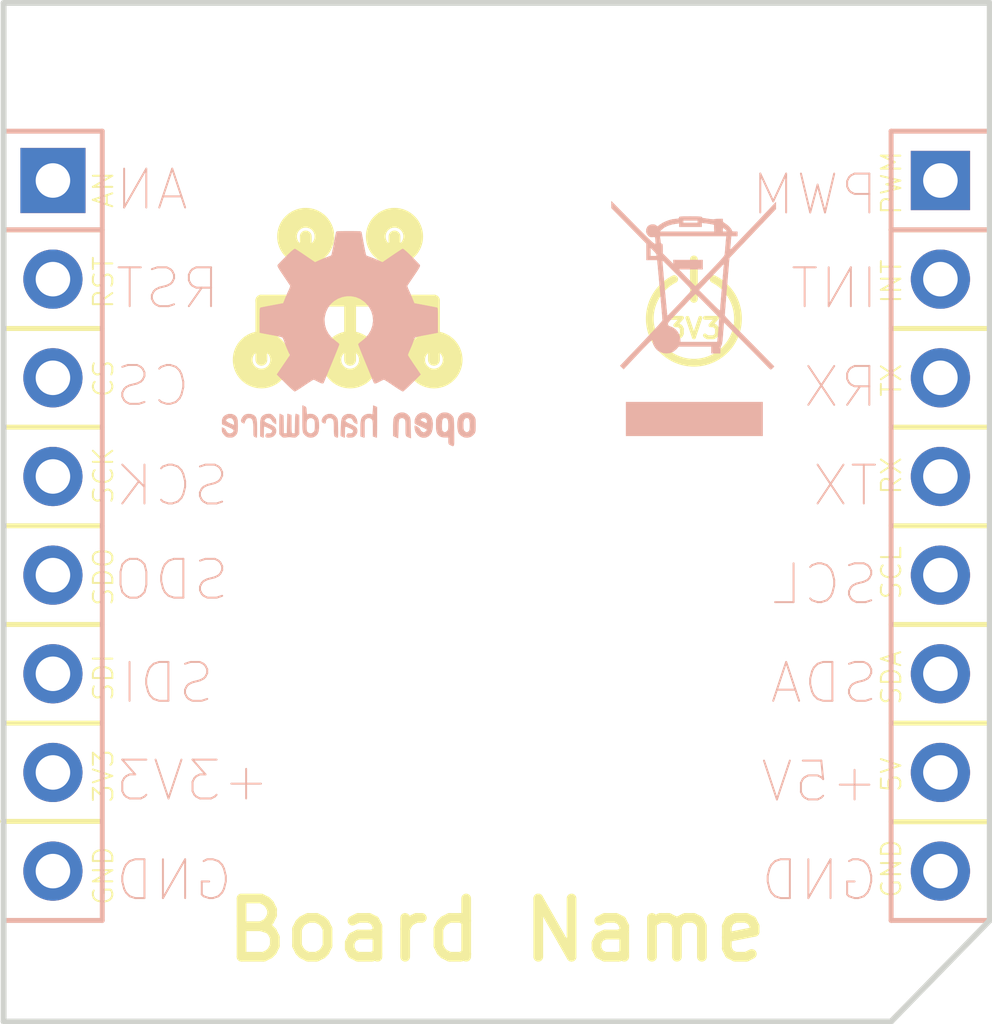
<source format=kicad_pcb>
(kicad_pcb (version 20240108) (generator "pcbnew") (generator_version "8.0")
  (layers (0 "F.Cu" signal) (31 "B.Cu" signal) (34 "B.Paste" user) (35 "F.Paste" user) (36 "B.SilkS" user "B.Silkscreen") (37 "F.SilkS" user "F.Silkscreen") (38 "B.Mask" user) (39 "F.Mask" user) (44 "Edge.Cuts" user))
  (net 0 "")
  (net 1 "Net-(CON101-PadP3)")
  (net 2 "Net-(CON101-PadP4)")
  (net 3 "Net-(CON101-PadP5)")
  (net 4 "Net-(CON101-PadP6)")
  (net 5 "+3V3")
  (net 6 "GND")
  (net 7 "+5V")
  (net 8 "Net-(CON101-PadP11)")
  (net 9 "Net-(CON101-PadP12)")
  (net 10 "Net-(CON101-PadP13)")
  (net 11 "Net-(CON101-PadP14)")
  (net 12 "Net-(CON101-PadP1)")
  (net 13 "Net-(CON101-PadP2)")
  (net 14 "Net-(CON101-PadP15)")
  (net 15 "Net-(CON101-PadP16)")
  (footprint "mikroBUS:MIKROBUS_LOGO" (layer "F.Cu") (at 169.164 88.138)
    (property "Reference" "*" (hide yes))
    (property "Value" "MIKROCLICK_LOGO" (hide yes))
    (fp_line (start -2.251 -1.4798) (end -2.251 0.0442) (stroke (width 0.3048)) (layer "F.SilkS"))
    (fp_line (start -1.108 -1.4798) (end -2.251 -1.4798) (stroke (width 0.3048)) (layer "F.SilkS"))
    (fp_line (start -1.108 -1.4798) (end -1.108 -3.1308) (stroke (width 0.3048)) (layer "F.SilkS"))
    (fp_line (start 0.035 -1.4798) (end -1.108 -1.4798) (stroke (width 0.3048)) (layer "F.SilkS"))
    (fp_line (start 0.035 -1.4798) (end 0.035 0.0442) (stroke (width 0.3048)) (layer "F.SilkS"))
    (fp_line (start 1.178 -1.4798) (end 0.035 -1.4798) (stroke (width 0.3048)) (layer "F.SilkS"))
    (fp_line (start 1.178 -1.4798) (end 1.178 -3.1308) (stroke (width 0.3048)) (layer "F.SilkS"))
    (fp_line (start 2.194 -1.4798) (end 1.178 -1.4798) (stroke (width 0.3048)) (layer "F.SilkS"))
    (fp_line (start 2.194 -1.4798) (end 2.194 0.0442) (stroke (width 0.3048)) (layer "F.SilkS"))
    (fp_circle (center -2.251 0.0442) (end -2.0224 0.0442) (stroke (width 0.508)) (fill none) (layer "F.SilkS"))
    (fp_circle (center -1.108 -3.1308) (end -0.8794 -3.1308) (stroke (width 0.508)) (fill none) (layer "F.SilkS"))
    (fp_circle (center 0.035 0.0442) (end 0.2636 0.0442) (stroke (width 0.508)) (fill none) (layer "F.SilkS"))
    (fp_circle (center 1.178 -3.1308) (end 1.4066 -3.1308) (stroke (width 0.508)) (fill none) (layer "F.SilkS"))
    (fp_circle (center 2.194 0.0442) (end 2.4226 0.0442) (stroke (width 0.508)) (fill none) (layer "F.SilkS"))
  )
  (footprint "mikroBUS:MIKROBUS_MODULE_CONN" (layer "F.Cu") (at 161.544 83.566)
    (property "Reference" "CON101")
    (property "Value" "MIKROBUS_MODULE_CONN" (hide yes))
    (fp_line (start -1.27 -1.27) (end -1.27 1.27) (stroke (width 0.127)) (layer "B.SilkS"))
    (fp_line (start -1.27 1.27) (end -1.27 19.05) (stroke (width 0.127)) (layer "B.SilkS"))
    (fp_line (start -1.27 1.27) (end 1.27 1.27) (stroke (width 0.127)) (layer "B.SilkS"))
    (fp_line (start -1.27 19.05) (end 1.27 19.05) (stroke (width 0.127)) (layer "B.SilkS"))
    (fp_line (start 1.27 -1.27) (end -1.27 -1.27) (stroke (width 0.127)) (layer "B.SilkS"))
    (fp_line (start 1.27 1.27) (end 1.27 -1.27) (stroke (width 0.127)) (layer "B.SilkS"))
    (fp_line (start 1.27 19.05) (end 1.27 1.27) (stroke (width 0.127)) (layer "B.SilkS"))
    (fp_line (start 21.59 -1.27) (end 21.59 1.27) (stroke (width 0.127)) (layer "B.SilkS"))
    (fp_line (start 21.59 -1.27) (end 24.13 -1.27) (stroke (width 0.127)) (layer "B.SilkS"))
    (fp_line (start 21.59 1.27) (end 21.59 19.05) (stroke (width 0.127)) (layer "B.SilkS"))
    (fp_line (start 21.59 1.27) (end 24.13 1.27) (stroke (width 0.127)) (layer "B.SilkS"))
    (fp_line (start 21.59 19.05) (end 24.13 19.05) (stroke (width 0.127)) (layer "B.SilkS"))
    (fp_line (start 24.13 -1.27) (end 24.13 19.05) (stroke (width 0.127)) (layer "B.SilkS"))
    (fp_line (start 24.13 19.05) (end 21.59 21.64) (stroke (width 0.127)) (layer "B.SilkS"))
    (fp_line (start -1.3 16.5) (end 1.24 16.5) (stroke (width 0.127)) (layer "F.SilkS"))
    (fp_line (start -1.27 1.27) (end 1.27 1.27) (stroke (width 0.127)) (layer "F.SilkS"))
    (fp_line (start -1.27 3.81) (end 1.27 3.81) (stroke (width 0.127)) (layer "F.SilkS"))
    (fp_line (start -1.27 6.35) (end 1.27 6.35) (stroke (width 0.127)) (layer "F.SilkS"))
    (fp_line (start -1.27 8.89) (end 1.27 8.89) (stroke (width 0.127)) (layer "F.SilkS"))
    (fp_line (start -1.27 11.43) (end 1.27 11.43) (stroke (width 0.127)) (layer "F.SilkS"))
    (fp_line (start -1.27 13.97) (end 1.27 13.97) (stroke (width 0.127)) (layer "F.SilkS"))
    (fp_line (start 21.59 1.27) (end 24.13 1.27) (stroke (width 0.127)) (layer "F.SilkS"))
    (fp_line (start 21.59 3.81) (end 24.13 3.81) (stroke (width 0.127)) (layer "F.SilkS"))
    (fp_line (start 21.59 6.35) (end 24.13 6.35) (stroke (width 0.127)) (layer "F.SilkS"))
    (fp_line (start 21.59 8.89) (end 24.13 8.89) (stroke (width 0.127)) (layer "F.SilkS"))
    (fp_line (start 21.59 11.43) (end 24.13 11.43) (stroke (width 0.127)) (layer "F.SilkS"))
    (fp_line (start 21.59 13.97) (end 24.13 13.97) (stroke (width 0.127)) (layer "F.SilkS"))
    (fp_line (start 21.59 16.51) (end 24.13 16.51) (stroke (width 0.127)) (layer "F.SilkS"))
    (fp_text user "SDI" (at 2.95 12.935 0) (layer "B.SilkS") (effects (font (thickness 0.05)) (justify mirror)))
    (fp_text user "RST" (at 2.952953 2.775 0) (layer "B.SilkS") (effects (font (thickness 0.05)) (justify mirror)))
    (fp_text user "SCL" (at 19.886704 10.395 0) (layer "B.SilkS") (effects (font (thickness 0.05)) (justify mirror)))
    (fp_text user "SCK" (at 3.072 7.855 0) (layer "B.SilkS") (effects (font (thickness 0.05)) (justify mirror)))
    (fp_text user "GND" (at 19.743847 18.015 0) (layer "B.SilkS") (effects (font (thickness 0.05)) (justify mirror)))
    (fp_text user "PWM" (at 19.6248 0.362 0) (layer "B.SilkS") (effects (font (thickness 0.05)) (justify mirror)))
    (fp_text user "+5V" (at 19.743847 15.475 0) (layer "B.SilkS") (effects (font (thickness 0.05)) (justify mirror)))
    (fp_text user "CS" (at 2.572 5.2896 0) (layer "B.SilkS") (effects (font (thickness 0.05)) (justify mirror)))
    (fp_text user "SDA" (at 19.862895 12.935 0) (layer "B.SilkS") (effects (font (thickness 0.05)) (justify mirror)))
    (fp_text user "RX" (at 20.291466 5.315 0) (layer "B.SilkS") (effects (font (thickness 0.05)) (justify mirror)))
    (fp_text user "GND" (at 3.119619 18.015 0) (layer "B.SilkS") (effects (font (thickness 0.05)) (justify mirror)))
    (fp_text user "TX" (at 20.410514 7.855 0) (layer "B.SilkS") (effects (font (thickness 0.05)) (justify mirror)))
    (fp_text user "SDO" (at 3.05 10.28 0) (layer "B.SilkS") (effects (font (thickness 0.05)) (justify mirror)))
    (fp_text user "+3V3" (at 3.59581 15.4496 0) (layer "B.SilkS") (effects (font (thickness 0.05)) (justify mirror)))
    (fp_text user "INT" (at 20.1248 2.775 0) (layer "B.SilkS") (effects (font (thickness 0.05)) (justify mirror)))
    (fp_text user "AN" (at 2.548191 0.235 0) (layer "B.SilkS") (effects (font (thickness 0.05)) (justify mirror)))
    (fp_text user "PWM" (at 21.597534 0.062 90) (layer "F.SilkS") (effects (font (size 0.5 0.5) (thickness 0.05))))
    (fp_text user "TX" (at 21.597534 5.141427 90) (layer "F.SilkS") (effects (font (size 0.5 0.5) (thickness 0.05))))
    (fp_text user "INT" (at 21.597534 2.6 90) (layer "F.SilkS") (effects (font (size 0.5 0.5) (thickness 0.05))))
    (fp_text user "GND" (at 21.597534 17.715 90) (layer "F.SilkS") (effects (font (size 0.5 0.5) (thickness 0.05))))
    (fp_text user "GND" (at 1.3 17.9 90) (layer "F.SilkS") (effects (font (size 0.5 0.5) (thickness 0.05))))
    (fp_text user "SCL" (at 21.597534 10.1 90) (layer "F.SilkS") (effects (font (size 0.5 0.5) (thickness 0.05))))
    (fp_text user "SDA" (at 21.597534 12.8 90) (layer "F.SilkS") (effects (font (size 0.5 0.5) (thickness 0.05))))
    (fp_text user "SDI" (at 1.3 12.797241 90) (layer "F.SilkS") (effects (font (size 0.5 0.5) (thickness 0.05))))
    (fp_text user "AN" (at 1.3 0.235 90) (layer "F.SilkS") (effects (font (size 0.5 0.5) (thickness 0.05))))
    (fp_text user "3V3" (at 1.3 15.328737 90) (layer "F.SilkS") (effects (font (size 0.5 0.5) (thickness 0.05))))
    (fp_text user "5V" (at 21.597534 15.3 90) (layer "F.SilkS") (effects (font (size 0.5 0.5) (thickness 0.05))))
    (fp_text user "SDO" (at 1.3 10.206221 90) (layer "F.SilkS") (effects (font (size 0.5 0.5) (thickness 0.05))))
    (fp_text user "CS" (at 1.3 5.1 90) (layer "F.SilkS") (effects (font (size 0.5 0.5) (thickness 0.05))))
    (fp_text user "RX" (at 21.597534 7.6 90) (layer "F.SilkS") (effects (font (size 0.5 0.5) (thickness 0.05))))
    (fp_text user "RST" (at 1.3 2.623639 90) (layer "F.SilkS") (effects (font (size 0.5 0.5) (thickness 0.05))))
    (fp_text user "SCK" (at 1.3 7.6 90) (layer "F.SilkS") (effects (font (size 0.5 0.5) (thickness 0.05))))
    (pad "P1" thru_hole rect (at 0 0) (size 1.6764 1.6764) (drill 0.889) (layers "*.Cu" "*.Mask") (net 12 "Net-(CON101-PadP1)"))
    (pad "P2" thru_hole circle (at 0 2.54) (size 1.524 1.524) (drill 0.889) (layers "*.Cu" "*.Mask") (net 13 "Net-(CON101-PadP2)"))
    (pad "P3" thru_hole circle (at 0 5.08) (size 1.524 1.524) (drill 0.889) (layers "*.Cu" "*.Mask") (net 1 "Net-(CON101-PadP3)"))
    (pad "P4" thru_hole circle (at 0 7.62) (size 1.524 1.524) (drill 0.889) (layers "*.Cu" "*.Mask") (net 2 "Net-(CON101-PadP4)"))
    (pad "P5" thru_hole circle (at 0 10.16) (size 1.524 1.524) (drill 0.889) (layers "*.Cu" "*.Mask") (net 3 "Net-(CON101-PadP5)"))
    (pad "P6" thru_hole circle (at 0 12.7) (size 1.524 1.524) (drill 0.889) (layers "*.Cu" "*.Mask") (net 4 "Net-(CON101-PadP6)"))
    (pad "P7" thru_hole circle (at 0 15.24) (size 1.524 1.524) (drill 0.889) (layers "*.Cu" "*.Mask") (net 5 "+3V3"))
    (pad "P8" thru_hole circle (at 0 17.78) (size 1.524 1.524) (drill 0.889) (layers "*.Cu" "*.Mask") (net 6 "GND"))
    (pad "P9" thru_hole circle (at 22.86 17.78) (size 1.524 1.524) (drill 0.889) (layers "*.Cu" "*.Mask") (net 6 "GND"))
    (pad "P10" thru_hole circle (at 22.86 15.24) (size 1.524 1.524) (drill 0.889) (layers "*.Cu" "*.Mask") (net 7 "+5V"))
    (pad "P11" thru_hole circle (at 22.86 12.7) (size 1.524 1.524) (drill 0.889) (layers "*.Cu" "*.Mask") (net 8 "Net-(CON101-PadP11)"))
    (pad "P12" thru_hole circle (at 22.86 10.16) (size 1.524 1.524) (drill 0.889) (layers "*.Cu" "*.Mask") (net 9 "Net-(CON101-PadP12)"))
    (pad "P13" thru_hole circle (at 22.86 7.62) (size 1.524 1.524) (drill 0.889) (layers "*.Cu" "*.Mask") (net 10 "Net-(CON101-PadP13)"))
    (pad "P14" thru_hole circle (at 22.86 5.08) (size 1.524 1.524) (drill 0.889) (layers "*.Cu" "*.Mask") (net 11 "Net-(CON101-PadP14)"))
    (pad "P15" thru_hole circle (at 22.86 2.54) (size 1.524 1.524) (drill 0.889) (layers "*.Cu" "*.Mask") (net 14 "Net-(CON101-PadP15)"))
    (pad "P16" thru_hole rect (at 22.86 0) (size 1.524 1.524) (drill 0.889) (layers "*.Cu" "*.Mask") (net 15 "Net-(CON101-PadP16)"))
  )
  (footprint "Symbols:OSHW-Logo2_7.3x6mm_SilkScreen" (layer "B.Cu") (at 169.164 87.63 180)
    (property "Reference" "REF***" (hide yes))
    (property "Value" "OSHW-Logo2_7.3x6mm_SilkScreen" (hide yes))
    (fp_poly (pts (xy 2.6526 -1.958752) (xy 2.669948 -1.966334) (xy 2.711356 -1.999128) (xy 2.746765 -2.046547) (xy 2.768664 -2.097151) (xy 2.772229 -2.122098) (xy 2.760279 -2.156927) (xy 2.734067 -2.175357) (xy 2.705964 -2.186516) (xy 2.693095 -2.188572) (xy 2.686829 -2.173649) (xy 2.674456 -2.141175) (xy 2.669028 -2.126502) (xy 2.63859 -2.075744) (xy 2.59452 -2.050427) (xy 2.53801 -2.051206) (xy 2.533825 -2.052203) (xy 2.503655 -2.066507) (xy 2.481476 -2.094393) (xy 2.466327 -2.139287) (xy 2.45725 -2.204615) (xy 2.453286 -2.293804) (xy 2.452914 -2.341261) (xy 2.45273 -2.416071) (xy 2.451522 -2.467069) (xy 2.448309 -2.499471) (xy 2.442109 -2.518495) (xy 2.43194 -2.529356) (xy 2.416819 -2.537272) (xy 2.415946 -2.53767) (xy 2.386828 -2.549981) (xy 2.372403 -2.554514) (xy 2.370186 -2.540809) (xy 2.368289 -2.502925) (xy 2.366847 -2.445715) (xy 2.365998 -2.374027) (xy 2.365829 -2.321565) (xy 2.366692 -2.220047) (xy 2.37007 -2.143032) (xy 2.377142 -2.086023) (xy 2.389088 -2.044526) (xy 2.40709 -2.014043) (xy 2.432327 -1.99008) (xy 2.457247 -1.973355) (xy 2.517171 -1.951097) (xy 2.586911 -1.946076) (xy 2.6526 -1.958752)) (stroke (width 0.01)) (fill solid) (layer "B.SilkS"))
    (fp_poly (pts (xy -1.283907 -1.92778) (xy -1.237328 -1.954723) (xy -1.204943 -1.981466) (xy -1.181258 -2.009484) (xy -1.164941 -2.043748) (xy -1.154661 -2.089227) (xy -1.149086 -2.150892) (xy -1.146884 -2.233711) (xy -1.146629 -2.293246) (xy -1.146629 -2.512391) (xy -1.208314 -2.540044) (xy -1.27 -2.567697) (xy -1.277257 -2.32767) (xy -1.280256 -2.238028) (xy -1.283402 -2.172962) (xy -1.287299 -2.128026) (xy -1.292553 -2.09877) (xy -1.299769 -2.080748) (xy -1.30955 -2.069511) (xy -1.312688 -2.067079) (xy -1.360239 -2.048083) (xy -1.408303 -2.0556) (xy -1.436914 -2.075543) (xy -1.448553 -2.089675) (xy -1.456609 -2.10822) (xy -1.461729 -2.136334) (xy -1.464559 -2.179173) (xy -1.465744 -2.241895) (xy -1.465943 -2.307261) (xy -1.465982 -2.389268) (xy -1.467386 -2.447316) (xy -1.472086 -2.486465) (xy -1.482013 -2.51178) (xy -1.499097 -2.528323) (xy -1.525268 -2.541156) (xy -1.560225 -2.554491) (xy -1.598404 -2.569007) (xy -1.593859 -2.311389) (xy -1.592029 -2.218519) (xy -1.589888 -2.149889) (xy -1.586819 -2.100711) (xy -1.582206 -2.066198) (xy -1.575432 -2.041562) (xy -1.565881 -2.022016) (xy -1.554366 -2.00477) (xy -1.49881 -1.94968) (xy -1.43102 -1.917822) (xy -1.357287 -1.910191) (xy -1.283907 -1.92778)) (stroke (width 0.01)) (fill solid) (layer "B.SilkS"))
    (fp_poly (pts (xy 0.529926 -1.949755) (xy 0.595858 -1.974084) (xy 0.649273 -2.017117) (xy 0.670164 -2.047409) (xy 0.692939 -2.102994) (xy 0.692466 -2.143186) (xy 0.668562 -2.170217) (xy 0.659717 -2.174813) (xy 0.62153 -2.189144) (xy 0.602028 -2.185472) (xy 0.595422 -2.161407) (xy 0.595086 -2.148114) (xy 0.582992 -2.09921) (xy 0.551471 -2.064999) (xy 0.507659 -2.048476) (xy 0.458695 -2.052634) (xy 0.418894 -2.074227) (xy 0.40545 -2.086544) (xy 0.395921 -2.101487) (xy 0.389485 -2.124075) (xy 0.385317 -2.159328) (xy 0.382597 -2.212266) (xy 0.380502 -2.287907) (xy 0.37996 -2.311857) (xy 0.377981 -2.39379) (xy 0.375731 -2.451455) (xy 0.372357 -2.489608) (xy 0.367006 -2.513004) (xy 0.358824 -2.526398) (xy 0.346959 -2.534545) (xy 0.339362 -2.538144) (xy 0.307102 -2.550452) (xy 0.288111 -2.554514) (xy 0.281836 -2.540948) (xy 0.278006 -2.499934) (xy 0.2766 -2.430999) (xy 0.277598 -2.333669) (xy 0.277908 -2.318657) (xy 0.280101 -2.229859) (xy 0.282693 -2.165019) (xy 0.286382 -2.119067) (xy 0.291864 -2.086935) (xy 0.299835 -2.063553) (xy 0.310993 -2.043852) (xy 0.31683 -2.03541) (xy 0.350296 -1.998057) (xy 0.387727 -1.969003) (xy 0.392309 -1.966467) (xy 0.459426 -1.946443) (xy 0.529926 -1.949755)) (stroke (width 0.01)) (fill solid) (layer "B.SilkS"))
    (fp_poly (pts (xy 1.779833 -1.958663) (xy 1.782048 -1.99685) (xy 1.783784 -2.054886) (xy 1.784899 -2.12818) (xy 1.785257 -2.205055) (xy 1.785257 -2.465196) (xy 1.739326 -2.511127) (xy 1.707675 -2.539429) (xy 1.67989 -2.550893) (xy 1.641915 -2.550168) (xy 1.62684 -2.548321) (xy 1.579726 -2.542948) (xy 1.540756 -2.539869) (xy 1.531257 -2.539585) (xy 1.499233 -2.541445) (xy 1.453432 -2.546114) (xy 1.435674 -2.548321) (xy 1.392057 -2.551735) (xy 1.362745 -2.54432) (xy 1.33368 -2.521427) (xy 1.323188 -2.511127) (xy 1.277257 -2.465196) (xy 1.277257 -1.978602) (xy 1.314226 -1.961758) (xy 1.346059 -1.949282) (xy 1.364683 -1.944914) (xy 1.369458 -1.958718) (xy 1.373921 -1.997286) (xy 1.377775 -2.056356) (xy 1.380722 -2.131663) (xy 1.382143 -2.195286) (xy 1.386114 -2.445657) (xy 1.420759 -2.450556) (xy 1.452268 -2.447131) (xy 1.467708 -2.436041) (xy 1.472023 -2.415308) (xy 1.475708 -2.371145) (xy 1.478469 -2.309146) (xy 1.480012 -2.234909) (xy 1.480235 -2.196706) (xy 1.480457 -1.976783) (xy 1.526166 -1.960849) (xy 1.558518 -1.950015) (xy 1.576115 -1.944962) (xy 1.576623 -1.944914) (xy 1.578388 -1.958648) (xy 1.580329 -1.99673) (xy 1.582282 -2.054482) (xy 1.584084 -2.127227) (xy 1.585343 -2.195286) (xy 1.589314 -2.445657) (xy 1.6764 -2.445657) (xy 1.680396 -2.21724) (xy 1.684392 -1.988822) (xy 1.726847 -1.966868) (xy 1.758192 -1.951793) (xy 1.776744 -1.944951) (xy 1.777279 -1.944914) (xy 1.779833 -1.958663)) (stroke (width 0.01)) (fill solid) (layer "B.SilkS"))
    (fp_poly (pts (xy -0.624114 -1.851289) (xy -0.619861 -1.910613) (xy -0.614975 -1.945572) (xy -0.608205 -1.96082) (xy -0.598298 -1.961015) (xy -0.595086 -1.959195) (xy -0.552356 -1.946015) (xy -0.496773 -1.946785) (xy -0.440263 -1.960333) (xy -0.404918 -1.977861) (xy -0.368679 -2.005861) (xy -0.342187 -2.037549) (xy -0.324001 -2.077813) (xy -0.312678 -2.131543) (xy -0.306778 -2.203626) (xy -0.304857 -2.298951) (xy -0.304823 -2.317237) (xy -0.3048 -2.522646) (xy -0.350509 -2.53858) (xy -0.382973 -2.54942) (xy -0.400785 -2.554468) (xy -0.401309 -2.554514) (xy -0.403063 -2.540828) (xy -0.404556 -2.503076) (xy -0.405674 -2.446224) (xy -0.406303 -2.375234) (xy -0.4064 -2.332073) (xy -0.406602 -2.246973) (xy -0.407642 -2.185981) (xy -0.410169 -2.144177) (xy -0.414836 -2.116642) (xy -0.422293 -2.098456) (xy -0.433189 -2.084698) (xy -0.439993 -2.078073) (xy -0.486728 -2.051375) (xy -0.537728 -2.049375) (xy -0.583999 -2.071955) (xy -0.592556 -2.080107) (xy -0.605107 -2.095436) (xy -0.613812 -2.113618) (xy -0.619369 -2.139909) (xy -0.622474 -2.179562) (xy -0.623824 -2.237832) (xy -0.624114 -2.318173) (xy -0.624114 -2.522646) (xy -0.669823 -2.53858) (xy -0.702287 -2.54942) (xy -0.720099 -2.554468) (xy -0.720623 -2.554514) (xy -0.721963 -2.540623) (xy -0.723172 -2.501439) (xy -0.724199 -2.4407) (xy -0.724998 -2.362141) (xy -0.725519 -2.269498) (xy -0.725714 -2.166509) (xy -0.725714 -1.769342) (xy -0.678543 -1.749444) (xy -0.631371 -1.729547) (xy -0.624114 -1.851289)) (stroke (width 0.01)) (fill solid) (layer "B.SilkS"))
    (fp_poly (pts (xy -2.958885 -1.921962) (xy -2.890855 -1.957733) (xy -2.840649 -2.015301) (xy -2.822815 -2.052312) (xy -2.808937 -2.107882) (xy -2.801833 -2.178096) (xy -2.80116 -2.254727) (xy -2.806573 -2.329552) (xy -2.81773 -2.394342) (xy -2.834286 -2.440873) (xy -2.839374 -2.448887) (xy -2.899645 -2.508707) (xy -2.971231 -2.544535) (xy -3.048908 -2.55502) (xy -3.127452 -2.53881) (xy -3.149311 -2.529092) (xy -3.191878 -2.499143) (xy -3.229237 -2.459433) (xy -3.232768 -2.454397) (xy -3.247119 -2.430124) (xy -3.256606 -2.404178) (xy -3.26221 -2.370022) (xy -3.264914 -2.321119) (xy -3.265701 -2.250935) (xy -3.265714 -2.2352) (xy -3.265678 -2.230192) (xy -3.120571 -2.230192) (xy -3.119727 -2.29643) (xy -3.116404 -2.340386) (xy -3.109417 -2.368779) (xy -3.097584 -2.388325) (xy -3.091543 -2.394857) (xy -3.056814 -2.41968) (xy -3.023097 -2.418548) (xy -2.989005 -2.397016) (xy -2.968671 -2.374029) (xy -2.956629 -2.340478) (xy -2.949866 -2.287569) (xy -2.949402 -2.281399) (xy -2.948248 -2.185513) (xy -2.960312 -2.114299) (xy -2.98543 -2.068194) (xy -3.02344 -2.047635) (xy -3.037008 -2.046514) (xy -3.072636 -2.052152) (xy -3.097006 -2.071686) (xy -3.111907 -2.109042) (xy -3.119125 -2.16815) (xy -3.120571 -2.230192) (xy -3.265678 -2.230192) (xy -3.265174 -2.160413) (xy -3.262904 -2.108159) (xy -3.257932 -2.071949) (xy -3.249287 -2.045299) (xy -3.235995 -2.021722) (xy -3.233057 -2.017338) (xy -3.183687 -1.958249) (xy -3.129891 -1.923947) (xy -3.064398 -1.910331) (xy -3.042158 -1.909665) (xy -2.958885 -1.921962)) (stroke (width 0.01)) (fill solid) (layer "B.SilkS"))
    (fp_poly (pts (xy 3.153595 -1.966966) (xy 3.211021 -2.004497) (xy 3.238719 -2.038096) (xy 3.260662 -2.099064) (xy 3.262405 -2.147308) (xy 3.258457 -2.211816) (xy 3.109686 -2.276934) (xy 3.037349 -2.310202) (xy 2.990084 -2.336964) (xy 2.965507 -2.360144) (xy 2.961237 -2.382667) (xy 2.974889 -2.407455) (xy 2.989943 -2.423886) (xy 3.033746 -2.450235) (xy 3.081389 -2.452081) (xy 3.125145 -2.431546) (xy 3.157289 -2.390752) (xy 3.163038 -2.376347) (xy 3.190576 -2.331356) (xy 3.222258 -2.312182) (xy 3.265714 -2.295779) (xy 3.265714 -2.357966) (xy 3.261872 -2.400283) (xy 3.246823 -2.435969) (xy 3.21528 -2.476943) (xy 3.210592 -2.482267) (xy 3.175506 -2.51872) (xy 3.145347 -2.538283) (xy 3.107615 -2.547283) (xy 3.076335 -2.55023) (xy 3.020385 -2.550965) (xy 2.980555 -2.54166) (xy 2.955708 -2.527846) (xy 2.916656 -2.497467) (xy 2.889625 -2.464613) (xy 2.872517 -2.423294) (xy 2.863238 -2.367521) (xy 2.859693 -2.291305) (xy 2.85941 -2.252622) (xy 2.860372 -2.206247) (xy 2.948007 -2.206247) (xy 2.949023 -2.231126) (xy 2.951556 -2.2352) (xy 2.968274 -2.229665) (xy 3.004249 -2.215017) (xy 3.052331 -2.19419) (xy 3.062386 -2.189714) (xy 3.123152 -2.158814) (xy 3.156632 -2.131657) (xy 3.16399 -2.10622) (xy 3.146391 -2.080481) (xy 3.131856 -2.069109) (xy 3.07941 -2.046364) (xy 3.030322 -2.050122) (xy 2.989227 -2.077884) (xy 2.960758 -2.127152) (xy 2.951631 -2.166257) (xy 2.948007 -2.206247) (xy 2.860372 -2.206247) (xy 2.861285 -2.162249) (xy 2.868196 -2.095384) (xy 2.881884 -2.046695) (xy 2.904096 -2.010849) (xy 2.936574 -1.982513) (xy 2.950733 -1.973355) (xy 3.015053 -1.949507) (xy 3.085473 -1.948006) (xy 3.153595 -1.966966)) (stroke (width 0.01)) (fill solid) (layer "B.SilkS"))
    (fp_poly (pts (xy 1.190117 -2.065358) (xy 1.189933 -2.173837) (xy 1.189219 -2.257287) (xy 1.187675 -2.319704) (xy 1.185001 -2.365085) (xy 1.180894 -2.397429) (xy 1.175055 -2.420733) (xy 1.167182 -2.438995) (xy 1.161221 -2.449418) (xy 1.111855 -2.505945) (xy 1.049264 -2.541377) (xy 0.980013 -2.55409) (xy 0.910668 -2.542463) (xy 0.869375 -2.521568) (xy 0.826025 -2.485422) (xy 0.796481 -2.441276) (xy 0.778655 -2.383462) (xy 0.770463 -2.306313) (xy 0.769302 -2.249714) (xy 0.769458 -2.245647) (xy 0.870857 -2.245647) (xy 0.871476 -2.31055) (xy 0.874314 -2.353514) (xy 0.88084 -2.381622) (xy 0.892523 -2.401953) (xy 0.906483 -2.417288) (xy 0.953365 -2.44689) (xy 1.003701 -2.449419) (xy 1.051276 -2.424705) (xy 1.054979 -2.421356) (xy 1.070783 -2.403935) (xy 1.080693 -2.383209) (xy 1.086058 -2.352362) (xy 1.088228 -2.304577) (xy 1.088571 -2.251748) (xy 1.087827 -2.185381) (xy 1.084748 -2.141106) (xy 1.078061 -2.112009) (xy 1.066496 -2.091173) (xy 1.057013 -2.080107) (xy 1.01296 -2.052198) (xy 0.962224 -2.048843) (xy 0.913796 -2.070159) (xy 0.90445 -2.078073) (xy 0.88854 -2.095647) (xy 0.87861 -2.116587) (xy 0.873278 -2.147782) (xy 0.871163 -2.196122) (xy 0.870857 -2.245647) (xy 0.769458 -2.245647) (xy 0.77281 -2.158568) (xy 0.784726 -2.090086) (xy 0.807135 -2.0386) (xy 0.842124 -1.998443) (xy 0.869375 -1.977861) (xy 0.918907 -1.955625) (xy 0.976316 -1.945304) (xy 1.029682 -1.948067) (xy 1.059543 -1.959212) (xy 1.071261 -1.962383) (xy 1.079037 -1.950557) (xy 1.084465 -1.918866) (xy 1.088571 -1.870593) (xy 1.093067 -1.816829) (xy 1.099313 -1.784482) (xy 1.110676 -1.765985) (xy 1.130528 -1.75377) (xy 1.143 -1.748362) (xy 1.190171 -1.728601) (xy 1.190117 -2.065358)) (stroke (width 0.01)) (fill solid) (layer "B.SilkS"))
    (fp_poly (pts (xy -1.831697 -1.931239) (xy -1.774473 -1.969735) (xy -1.730251 -2.025335) (xy -1.703833 -2.096086) (xy -1.69849 -2.148162) (xy -1.699097 -2.169893) (xy -1.704178 -2.186531) (xy -1.718145 -2.201437) (xy -1.745411 -2.217973) (xy -1.790388 -2.239498) (xy -1.857489 -2.269374) (xy -1.857829 -2.269524) (xy -1.919593 -2.297813) (xy -1.970241 -2.322933) (xy -2.004596 -2.342179) (xy -2.017482 -2.352848) (xy -2.017486 -2.352934) (xy -2.006128 -2.376166) (xy -1.979569 -2.401774) (xy -1.949077 -2.420221) (xy -1.93363 -2.423886) (xy -1.891485 -2.411212) (xy -1.855192 -2.379471) (xy -1.837483 -2.344572) (xy -1.820448 -2.318845) (xy -1.787078 -2.289546) (xy -1.747851 -2.264235) (xy -1.713244 -2.250471) (xy -1.706007 -2.249714) (xy -1.697861 -2.26216) (xy -1.69737 -2.293972) (xy -1.703357 -2.336866) (xy -1.714643 -2.382558) (xy -1.73005 -2.422761) (xy -1.730829 -2.424322) (xy -1.777196 -2.489062) (xy -1.837289 -2.533097) (xy -1.905535 -2.554711) (xy -1.976362 -2.552185) (xy -2.044196 -2.523804) (xy -2.047212 -2.521808) (xy -2.100573 -2.473448) (xy -2.13566 -2.410352) (xy -2.155078 -2.327387) (xy -2.157684 -2.304078) (xy -2.162299 -2.194055) (xy -2.156767 -2.142748) (xy -2.017486 -2.142748) (xy -2.015676 -2.174753) (xy -2.005778 -2.184093) (xy -1.981102 -2.177105) (xy -1.942205 -2.160587) (xy -1.898725 -2.139881) (xy -1.897644 -2.139333) (xy -1.860791 -2.119949) (xy -1.846 -2.107013) (xy -1.849647 -2.093451) (xy -1.865005 -2.075632) (xy -1.904077 -2.049845) (xy -1.946154 -2.04795) (xy -1.983897 -2.066717) (xy -2.009966 -2.102915) (xy -2.017486 -2.142748) (xy -2.156767 -2.142748) (xy -2.152806 -2.106027) (xy -2.12845 -2.036212) (xy -2.094544 -1.987302) (xy -2.033347 -1.937878) (xy -1.965937 -1.913359) (xy -1.89712 -1.911797) (xy -1.831697 -1.931239)) (stroke (width 0.01)) (fill solid) (layer "B.SilkS"))
    (fp_poly (pts (xy 0.039744 -1.950968) (xy 0.096616 -1.972087) (xy 0.097267 -1.972493) (xy 0.13244 -1.99838) (xy 0.158407 -2.028633) (xy 0.17667 -2.068058) (xy 0.188732 -2.121462) (xy 0.196096 -2.193651) (xy 0.200264 -2.289432) (xy 0.200629 -2.303078) (xy 0.205876 -2.508842) (xy 0.161716 -2.531678) (xy 0.129763 -2.54711) (xy 0.11047 -2.554423) (xy 0.109578 -2.554514) (xy 0.106239 -2.541022) (xy 0.103587 -2.504626) (xy 0.101956 -2.451452) (xy 0.1016 -2.408393) (xy 0.101592 -2.338641) (xy 0.098403 -2.294837) (xy 0.087288 -2.273944) (xy 0.063501 -2.272925) (xy 0.022296 -2.288741) (xy -0.039914 -2.317815) (xy -0.085659 -2.341963) (xy -0.109187 -2.362913) (xy -0.116104 -2.385747) (xy -0.116114 -2.386877) (xy -0.104701 -2.426212) (xy -0.070908 -2.447462) (xy -0.019191 -2.450539) (xy 0.018061 -2.450006) (xy 0.037703 -2.460735) (xy 0.049952 -2.486505) (xy 0.057002 -2.519337) (xy 0.046842 -2.537966) (xy 0.043017 -2.540632) (xy 0.007001 -2.55134) (xy -0.043434 -2.552856) (xy -0.095374 -2.545759) (xy -0.132178 -2.532788) (xy -0.183062 -2.489585) (xy -0.211986 -2.429446) (xy -0.217714 -2.382462) (xy -0.213343 -2.340082) (xy -0.197525 -2.305488) (xy -0.166203 -2.274763) (xy -0.115322 -2.24399) (xy -0.040824 -2.209252) (xy -0.036286 -2.207288) (xy 0.030821 -2.176287) (xy 0.072232 -2.150862) (xy 0.089981 -2.128014) (xy 0.086107 -2.104745) (xy 0.062643 -2.078056) (xy 0.055627 -2.071914) (xy 0.00863 -2.0481) (xy -0.040067 -2.049103) (xy -0.082478 -2.072451) (xy -0.110616 -2.115675) (xy -0.113231 -2.12416) (xy -0.138692 -2.165308) (xy -0.170999 -2.185128) (xy -0.217714 -2.20477) (xy -0.217714 -2.15395) (xy -0.203504 -2.080082) (xy -0.161325 -2.012327) (xy -0.139376 -1.989661) (xy -0.089483 -1.960569) (xy -0.026033 -1.9474) (xy 0.039744 -1.950968)) (stroke (width 0.01)) (fill solid) (layer "B.SilkS"))
    (fp_poly (pts (xy 2.144876 -1.956335) (xy 2.186667 -1.975344) (xy 2.219469 -1.998378) (xy 2.243503 -2.024133) (xy 2.260097 -2.057358) (xy 2.270577 -2.1028) (xy 2.276271 -2.165207) (xy 2.278507 -2.249327) (xy 2.278743 -2.304721) (xy 2.278743 -2.520826) (xy 2.241774 -2.53767) (xy 2.212656 -2.549981) (xy 2.198231 -2.554514) (xy 2.195472 -2.541025) (xy 2.193282 -2.504653) (xy 2.191942 -2.451542) (xy 2.191657 -2.409372) (xy 2.190434 -2.348447) (xy 2.187136 -2.300115) (xy 2.182321 -2.270518) (xy 2.178496 -2.264229) (xy 2.152783 -2.270652) (xy 2.112418 -2.287125) (xy 2.065679 -2.309458) (xy 2.020845 -2.333457) (xy 1.986193 -2.35493) (xy 1.970002 -2.369685) (xy 1.969938 -2.369845) (xy 1.97133 -2.397152) (xy 1.983818 -2.423219) (xy 2.005743 -2.444392) (xy 2.037743 -2.451474) (xy 2.065092 -2.450649) (xy 2.103826 -2.450042) (xy 2.124158 -2.459116) (xy 2.136369 -2.483092) (xy 2.137909 -2.487613) (xy 2.143203 -2.521806) (xy 2.129047 -2.542568) (xy 2.092148 -2.552462) (xy 2.052289 -2.554292) (xy 1.980562 -2.540727) (xy 1.943432 -2.521355) (xy 1.897576 -2.475845) (xy 1.873256 -2.419983) (xy 1.871073 -2.360957) (xy 1.891629 -2.305953) (xy 1.922549 -2.271486) (xy 1.95342 -2.252189) (xy 2.001942 -2.227759) (xy 2.058485 -2.202985) (xy 2.06791 -2.199199) (xy 2.130019 -2.171791) (xy 2.165822 -2.147634) (xy 2.177337 -2.123619) (xy 2.16658 -2.096635) (xy 2.148114 -2.075543) (xy 2.104469 -2.049572) (xy 2.056446 -2.047624) (xy 2.012406 -2.067637) (xy 1.980709 -2.107551) (xy 1.976549 -2.117848) (xy 1.952327 -2.155724) (xy 1.916965 -2.183842) (xy 1.872343 -2.206917) (xy 1.872343 -2.141485) (xy 1.874969 -2.101506) (xy 1.88623 -2.069997) (xy 1.911199 -2.036378) (xy 1.935169 -2.010484) (xy 1.972441 -1.973817) (xy 2.001401 -1.954121) (xy 2.032505 -1.94622) (xy 2.067713 -1.944914) (xy 2.144876 -1.956335)) (stroke (width 0.01)) (fill solid) (layer "B.SilkS"))
    (fp_poly (pts (xy -2.400256 -1.919918) (xy -2.344799 -1.947568) (xy -2.295852 -1.99848) (xy -2.282371 -2.017338) (xy -2.267686 -2.042015) (xy -2.258158 -2.068816) (xy -2.252707 -2.104587) (xy -2.250253 -2.156169) (xy -2.249714 -2.224267) (xy -2.252148 -2.317588) (xy -2.260606 -2.387657) (xy -2.276826 -2.439931) (xy -2.302546 -2.479869) (xy -2.339503 -2.512929) (xy -2.342218 -2.514886) (xy -2.37864 -2.534908) (xy -2.422498 -2.544815) (xy -2.478276 -2.547257) (xy -2.568952 -2.547257) (xy -2.56899 -2.635283) (xy -2.569834 -2.684308) (xy -2.574976 -2.713065) (xy -2.588413 -2.730311) (xy -2.614142 -2.744808) (xy -2.620321 -2.747769) (xy -2.649236 -2.761648) (xy -2.671624 -2.770414) (xy -2.688271 -2.771171) (xy -2.699964 -2.761023) (xy -2.70749 -2.737073) (xy -2.711634 -2.696426) (xy -2.713185 -2.636186) (xy -2.712929 -2.553455) (xy -2.711651 -2.445339) (xy -2.711252 -2.413) (xy -2.709815 -2.301524) (xy -2.708528 -2.228603) (xy -2.569029 -2.228603) (xy -2.568245 -2.290499) (xy -2.56476 -2.330997) (xy -2.556876 -2.357708) (xy -2.542895 -2.378244) (xy -2.533403 -2.38826) (xy -2.494596 -2.417567) (xy -2.460237 -2.419952) (xy -2.424784 -2.39575) (xy -2.423886 -2.394857) (xy -2.409461 -2.376153) (xy -2.400687 -2.350732) (xy -2.396261 -2.311584) (xy -2.394882 -2.251697) (xy -2.394857 -2.23843) (xy -2.398188 -2.155901) (xy -2.409031 -2.098691) (xy -2.42866 -2.063766) (xy -2.45835 -2.048094) (xy -2.475509 -2.046514) (xy -2.516234 -2.053926) (xy -2.544168 -2.07833) (xy -2.560983 -2.12298) (xy -2.56835 -2.19113) (xy -2.569029 -2.228603) (xy -2.708528 -2.228603) (xy -2.708292 -2.215245) (xy -2.706323 -2.150333) (xy -2.70355 -2.102958) (xy -2.699612 -2.06929) (xy -2.694151 -2.045498) (xy -2.686808 -2.027753) (xy -2.677223 -2.012224) (xy -2.673113 -2.006381) (xy -2.618595 -1.951185) (xy -2.549664 -1.91989) (xy -2.469928 -1.911165) (xy -2.400256 -1.919918)) (stroke (width 0.01)) (fill solid) (layer "B.SilkS"))
    (fp_poly (pts (xy 0.10391 2.757652) (xy 0.182454 2.757222) (xy 0.239298 2.756058) (xy 0.278105 2.753793) (xy 0.302538 2.75006) (xy 0.316262 2.744494) (xy 0.32294 2.736727) (xy 0.326236 2.726395) (xy 0.326556 2.725057) (xy 0.331562 2.700921) (xy 0.340829 2.653299) (xy 0.353392 2.587259) (xy 0.368287 2.507872) (xy 0.384551 2.420204) (xy 0.385119 2.417125) (xy 0.40141 2.331211) (xy 0.416652 2.255304) (xy 0.429861 2.193955) (xy 0.440054 2.151718) (xy 0.446248 2.133145) (xy 0.446543 2.132816) (xy 0.464788 2.123747) (xy 0.502405 2.108633) (xy 0.551271 2.090738) (xy 0.551543 2.090642) (xy 0.613093 2.067507) (xy 0.685657 2.038035) (xy 0.754057 2.008403) (xy 0.757294 2.006938) (xy 0.868702 1.956374) (xy 1.115399 2.12484) (xy 1.191077 2.176197) (xy 1.259631 2.222111) (xy 1.317088 2.25997) (xy 1.359476 2.287163) (xy 1.382825 2.301079) (xy 1.385042 2.302111) (xy 1.40201 2.297516) (xy 1.433701 2.275345) (xy 1.481352 2.234553) (xy 1.546198 2.174095) (xy 1.612397 2.109773) (xy 1.676214 2.046388) (xy 1.733329 1.988549) (xy 1.780305 1.939825) (xy 1.813703 1.90379) (xy 1.830085 1.884016) (xy 1.830694 1.882998) (xy 1.832505 1.869428) (xy 1.825683 1.847267) (xy 1.80854 1.813522) (xy 1.779393 1.7652) (xy 1.736555 1.699308) (xy 1.679448 1.614483) (xy 1.628766 1.539823) (xy 1.583461 1.47286) (xy 1.54615 1.417484) (xy 1.519452 1.37758) (xy 1.505985 1.357038) (xy 1.505137 1.355644) (xy 1.506781 1.335962) (xy 1.519245 1.297707) (xy 1.540048 1.248111) (xy 1.547462 1.232272) (xy 1.579814 1.16171) (xy 1.614328 1.081647) (xy 1.642365 1.012371) (xy 1.662568 0.960955) (xy 1.678615 0.921881) (xy 1.687888 0.901459) (xy 1.689041 0.899886) (xy 1.706096 0.897279) (xy 1.746298 0.890137) (xy 1.804302 0.879477) (xy 1.874763 0.866315) (xy 1.952335 0.851667) (xy 2.031672 0.836551) (xy 2.107431 0.821982) (xy 2.174264 0.808978) (xy 2.226828 0.798555) (xy 2.259776 0.79173) (xy 2.267857 0.789801) (xy 2.276205 0.785038) (xy 2.282506 0.774282) (xy 2.287045 0.753902) (xy 2.290104 0.720266) (xy 2.291967 0.669745) (xy 2.292918 0.598708) (xy 2.29324 0.503524) (xy 2.293257 0.464508) (xy 2.293257 0.147201) (xy 2.217057 0.132161) (xy 2.174663 0.124005) (xy 2.1114 0.112101) (xy 2.034962 0.097884) (xy 1.953043 0.08279) (xy 1.9304 0.078645) (xy 1.854806 0.063947) (xy 1.788953 0.049495) (xy 1.738366 0.036625) (xy 1.708574 0.026678) (xy 1.703612 0.023713) (xy 1.691426 0.002717) (xy 1.673953 -0.037967) (xy 1.654577 -0.090322) (xy 1.650734 -0.1016) (xy 1.625339 -0.171523) (xy 1.593817 -0.250418) (xy 1.562969 -0.321266) (xy 1.562817 -0.321595) (xy 1.511447 -0.432733) (xy 1.680399 -0.681253) (xy 1.849352 -0.929772) (xy 1.632429 -1.147058) (xy 1.566819 -1.211726) (xy 1.506979 -1.268733) (xy 1.456267 -1.315033) (xy 1.418046 -1.347584) (xy 1.395675 -1.363343) (xy 1.392466 -1.364343) (xy 1.373626 -1.356469) (xy 1.33518 -1.334578) (xy 1.28133 -1.301267) (xy 1.216276 -1.259131) (xy 1.14594 -1.211943) (xy 1.074555 -1.16381) (xy 1.010908 -1.121928) (xy 0.959041 -1.088871) (xy 0.922995 -1.067218) (xy 0.906867 -1.059543) (xy 0.887189 -1.066037) (xy 0.849875 -1.08315) (xy 0.802621 -1.107326) (xy 0.797612 -1.110013) (xy 0.733977 -1.141927) (xy 0.690341 -1.157579) (xy 0.663202 -1.157745) (xy 0.649057 -1.143204) (xy 0.648975 -1.143) (xy 0.641905 -1.125779) (xy 0.625042 -1.084899) (xy 0.599695 -1.023525) (xy 0.567171 -0.944819) (xy 0.528778 -0.851947) (xy 0.485822 -0.748072) (xy 0.444222 -0.647502) (xy 0.398504 -0.536516) (xy 0.356526 -0.433703) (xy 0.319548 -0.342215) (xy 0.288827 -0.265201) (xy 0.265622 -0.205815) (xy 0.25119 -0.167209) (xy 0.246743 -0.1528) (xy 0.257896 -0.136272) (xy 0.287069 -0.10993) (xy 0.325971 -0.080887) (xy 0.436757 0.010961) (xy 0.523351 0.116241) (xy 0.584716 0.232734) (xy 0.619815 0.358224) (xy 0.627608 0.490493) (xy 0.621943 0.551543) (xy 0.591078 0.678205) (xy 0.53792 0.790059) (xy 0.465767 0.885999) (xy 0.377917 0.964924) (xy 0.277665 1.02573) (xy 0.16831 1.067313) (xy 0.053147 1.088572) (xy -0.064525 1.088401) (xy -0.18141 1.065699) (xy -0.294211 1.019362) (xy -0.399631 0.948287) (xy -0.443632 0.908089) (xy -0.528021 0.804871) (xy -0.586778 0.692075) (xy -0.620296 0.57299) (xy -0.628965 0.450905) (xy -0.613177 0.329107) (xy -0.573322 0.210884) (xy -0.509793 0.099525) (xy -0.422979 -0.001684) (xy -0.325971 -0.080887) (xy -0.285563 -0.111162) (xy -0.257018 -0.137219) (xy -0.246743 -0.152825) (xy -0.252123 -0.169843) (xy -0.267425 -0.2105) (xy -0.291388 -0.271642) (xy -0.322756 -0.350119) (xy -0.360268 -0.44278) (xy -0.402667 -0.546472) (xy -0.444337 -0.647526) (xy -0.49031 -0.758607) (xy -0.532893 -0.861541) (xy -0.570779 -0.953165) (xy -0.60266 -1.030316) (xy -0.627229 -1.089831) (xy -0.64318 -1.128544) (xy -0.64909 -1.143) (xy -0.663052 -1.157685) (xy -0.69006 -1.157642) (xy -0.733587 -1.142099) (xy -0.79711 -1.110284) (xy -0.797612 -1.110013) (xy -0.84544 -1.085323) (xy -0.884103 -1.067338) (xy -0.905905 -1.059614) (xy -0.906867 -1.059543) (xy -0.923279 -1.067378) (xy -0.959513 -1.089165) (xy -1.011526 -1.122328) (xy -1.075275 -1.164291) (xy -1.14594 -1.211943) (xy -1.217884 -1.260191) (xy -1.282726 -1.302151) (xy -1.336265 -1.335227) (xy -1.374303 -1.356821) (xy -1.392467 -1.364343) (xy -1.409192 -1.354457) (xy -1.44282 -1.326826) (xy -1.48999 -1.284495) (xy -1.547342 -1.230505) (xy -1.611516 -1.167899) (xy -1.632503 -1.146983) (xy -1.849501 -0.929623) (xy -1.684332 -0.68722) (xy -1.634136 -0.612781) (xy -1.590081 -0.545972) (xy -1.554638 -0.490665) (xy -1.530281 -0.450729) (xy -1.519478 -0.430036) (xy -1.519162 -0.428563) (xy -1.524857 -0.409058) (xy -1.540174 -0.369822) (xy -1.562463 -0.31743) (xy -1.578107 -0.282355) (xy -1.607359 -0.215201) (xy -1.634906 -0.147358) (xy -1.656263 -0.090034) (xy -1.662065 -0.072572) (xy -1.678548 -0.025938) (xy -1.69466 0.010095) (xy -1.70351 0.023713) (xy -1.72304 0.032048) (xy -1.765666 0.043863) (xy -1.825855 0.057819) (xy -1.898078 0.072578) (xy -1.9304 0.078645) (xy -2.012478 0.093727) (xy -2.091205 0.108331) (xy -2.158891 0.12102) (xy -2.20784 0.130358) (xy -2.217057 0.132161) (xy -2.293257 0.147201) (xy -2.293257 0.464508) (xy -2.293086 0.568846) (xy -2.292384 0.647787) (xy -2.290866 0.704962) (xy -2.288251 0.744001) (xy -2.284254 0.768535) (xy -2.278591 0.782195) (xy -2.27098 0.788611) (xy -2.267857 0.789801) (xy -2.249022 0.79402) (xy -2.207412 0.802438) (xy -2.14837 0.814039) (xy -2.077243 0.827805) (xy -1.999375 0.84272) (xy -1.920113 0.857768) (xy -1.844802 0.871931) (xy -1.778787 0.884194) (xy -1.727413 0.893539) (xy -1.696025 0.89895) (xy -1.689041 0.899886) (xy -1.682715 0.912404) (xy -1.66871 0.945754) (xy -1.649645 0.993623) (xy -1.642366 1.012371) (xy -1.613004 1.084805) (xy -1.578429 1.16483) (xy -1.547463 1.232272) (xy -1.524677 1.283841) (xy -1.509518 1.326215) (xy -1.504458 1.352166) (xy -1.505264 1.355644) (xy -1.515959 1.372064) (xy -1.54038 1.408583) (xy -1.575905 1.461313) (xy -1.619913 1.526365) (xy -1.669783 1.599849) (xy -1.679644 1.614355) (xy -1.737508 1.700296) (xy -1.780044 1.765739) (xy -1.808946 1.813696) (xy -1.82591 1.84718) (xy -1.832633 1.869205) (xy -1.83081 1.882783) (xy -1.830764 1.882869) (xy -1.816414 1.900703) (xy -1.784677 1.935183) (xy -1.73899 1.982732) (xy -1.682796 2.039778) (xy -1.619532 2.102745) (xy -1.612398 2.109773) (xy -1.53267 2.18698) (xy -1.471143 2.24367) (xy -1.426579 2.28089) (xy -1.397743 2.299685) (xy -1.385042 2.302111) (xy -1.366506 2.291529) (xy -1.328039 2.267084) (xy -1.273614 2.231388) (xy -1.207202 2.187053) (xy -1.132775 2.136689) (xy -1.115399 2.12484) (xy -0.868703 1.956374) (xy -0.757294 2.006938) (xy -0.689543 2.036405) (xy -0.616817 2.066041) (xy -0.554297 2.08967) (xy -0.551543 2.090642) (xy -0.50264 2.108543) (xy -0.464943 2.12368) (xy -0.446575 2.13279) (xy -0.446544 2.132816) (xy -0.440715 2.149283) (xy -0.430808 2.189781) (xy -0.417805 2.249758) (xy -0.402691 2.32466) (xy -0.386448 2.409936) (xy -0.385119 2.417125) (xy -0.368825 2.504986) (xy -0.353867 2.58474) (xy -0.341209 2.651319) (xy -0.331814 2.699653) (xy -0.326646 2.724675) (xy -0.326556 2.725057) (xy -0.323411 2.735701) (xy -0.317296 2.743738) (xy -0.304547 2.749533) (xy -0.2815 2.753453) (xy -0.244491 2.755865) (xy -0.189856 2.757135) (xy -0.113933 2.757629) (xy -0.013056 2.757714) (xy 0 2.757714) (xy 0.10391 2.757652)) (stroke (width 0.01)) (fill solid) (layer "B.SilkS"))
  )
  (footprint "Symbols:WEEE-Logo_4.2x6mm_SilkScreen" (layer "B.Cu") (at 178.054 87.122 180)
    (property "Reference" "REF***" (hide yes))
    (property "Value" "WEEE-Logo_4.2x6mm_SilkScreen" (hide yes))
    (fp_poly (pts (xy 1.747822 -3.017822) (xy -1.772971 -3.017822) (xy -1.772971 -2.150198) (xy 1.747822 -2.150198) (xy 1.747822 -3.017822)) (stroke (width 0.01)) (fill solid) (layer "B.SilkS"))
    (fp_poly (pts (xy 2.12443 2.935152) (xy 2.123811 2.848069) (xy 1.672086 2.389109) (xy 1.220361 1.930148) (xy 1.220032 1.719529) (xy 1.219703 1.508911) (xy 0.94461 1.508911) (xy 0.937522 1.45547) (xy 0.934838 1.431112) (xy 0.930313 1.385241) (xy 0.924191 1.320595) (xy 0.916712 1.239909) (xy 0.908119 1.145919) (xy 0.898654 1.041363) (xy 0.888558 0.928975) (xy 0.878074 0.811493) (xy 0.867444 0.691652) (xy 0.856909 0.572189) (xy 0.846713 0.455841) (xy 0.837095 0.345343) (xy 0.8283 0.243431) (xy 0.820568 0.152842) (xy 0.814142 0.076313) (xy 0.809263 0.016579) (xy 0.806175 -0.023624) (xy 0.805117 -0.041559) (xy 0.805118 -0.041644) (xy 0.812827 -0.056035) (xy 0.835981 -0.085748) (xy 0.874895 -0.131131) (xy 0.929884 -0.192529) (xy 1.001264 -0.270288) (xy 1.089349 -0.364754) (xy 1.194454 -0.476272) (xy 1.316895 -0.605188) (xy 1.35131 -0.641287) (xy 1.897137 -1.213416) (xy 1.808881 -1.301436) (xy 1.737485 -1.223758) (xy 1.711366 -1.195686) (xy 1.670566 -1.152274) (xy 1.617777 -1.096366) (xy 1.555691 -1.030808) (xy 1.487 -0.958441) (xy 1.414396 -0.882112) (xy 1.37096 -0.836524) (xy 1.289416 -0.751119) (xy 1.223504 -0.68271) (xy 1.171544 -0.630053) (xy 1.131855 -0.591905) (xy 1.102757 -0.56702) (xy 1.082569 -0.554156) (xy 1.06961 -0.552068) (xy 1.0622 -0.559513) (xy 1.058658 -0.575246) (xy 1.057303 -0.598023) (xy 1.057121 -0.604239) (xy 1.047703 -0.647061) (xy 1.024497 -0.698819) (xy 0.992136 -0.751328) (xy 0.955252 -0.796403) (xy 0.940493 -0.810328) (xy 0.864767 -0.859047) (xy 0.776308 -0.886306) (xy 0.6981 -0.892773) (xy 0.609468 -0.880576) (xy 0.527612 -0.844813) (xy 0.455164 -0.786722) (xy 0.441797 -0.772262) (xy 0.392918 -0.716733) (xy -0.452674 -0.716733) (xy -0.452674 -0.892773) (xy -0.67901 -0.892773) (xy -0.67901 -0.810531) (xy -0.68185 -0.754386) (xy -0.691393 -0.715416) (xy -0.702991 -0.694219) (xy -0.711277 -0.679052) (xy -0.718373 -0.657062) (xy -0.724748 -0.624987) (xy -0.730872 -0.579569) (xy -0.737216 -0.517548) (xy -0.74425 -0.435662) (xy -0.749066 -0.374746) (xy -0.771161 -0.089343) (xy -1.313565 -0.638805) (xy -1.411637 -0.738228) (xy -1.505784 -0.833815) (xy -1.594285 -0.92381) (xy -1.67542 -1.006457) (xy -1.747469 -1.080001) (xy -1.808712 -1.142684) (xy -1.857427 -1.192752) (xy -1.891896 -1.228448) (xy -1.910379 -1.247995) (xy -1.940743 -1.278944) (xy -1.966071 -1.30053) (xy -1.979695 -1.307723) (xy -1.997095 -1.299297) (xy -2.02246 -1.278245) (xy -2.031058 -1.269671) (xy -2.067514 -1.23162) (xy -1.866802 -1.027658) (xy -1.815596 -0.975699) (xy -1.749569 -0.90882) (xy -1.671618 -0.82995) (xy -1.584638 -0.742014) (xy -1.491526 -0.647941) (xy -1.395179 -0.550658) (xy -1.298492 -0.453093) (xy -1.229134 -0.383145) (xy -1.123703 -0.27655) (xy -1.035129 -0.186307) (xy -0.962281 -0.111192) (xy -0.904023 -0.049986) (xy -0.859225 -0.001466) (xy -0.837021 0.023871) (xy -0.658724 0.023871) (xy -0.636401 -0.261555) (xy -0.629669 -0.345219) (xy -0.623157 -0.421727) (xy -0.617234 -0.487081) (xy -0.612268 -0.537281) (xy -0.608629 -0.568329) (xy -0.607458 -0.575273) (xy -0.600838 -0.603565) (xy 0.348636 -0.603565) (xy 0.354974 -0.524606) (xy 0.37411 -0.431315) (xy 0.414154 -0.348791) (xy 0.472582 -0.280038) (xy 0.546871 -0.228063) (xy 0.630252 -0.196863) (xy 0.657302 -0.182228) (xy 0.670844 -0.150819) (xy 0.671128 -0.149434) (xy 0.672753 -0.136174) (xy 0.670744 -0.122595) (xy 0.663142 -0.106181) (xy 0.647984 -0.084411) (xy 0.623312 -0.054767) (xy 0.587164 -0.014732) (xy 0.53758 0.038215) (xy 0.472599 0.106591) (xy 0.468401 0.110995) (xy 0.398507 0.184389) (xy 0.3242 0.262563) (xy 0.250586 0.340136) (xy 0.182771 0.411725) (xy 0.12586 0.471949) (xy 0.113168 0.485413) (xy 0.064513 0.53618) (xy 0.021291 0.579625) (xy -0.013395 0.612759) (xy -0.036444 0.632595) (xy -0.044182 0.636954) (xy -0.055722 0.62783) (xy -0.08271 0.6028) (xy -0.123021 0.563948) (xy -0.174529 0.513357) (xy -0.235109 0.453112) (xy -0.302636 0.385296) (xy -0.357826 0.329435) (xy -0.658724 0.023871) (xy -0.837021 0.023871) (xy -0.826751 0.035589) (xy -0.805471 0.062401) (xy -0.794251 0.080192) (xy -0.791754 0.08843) (xy -0.7927 0.10641) (xy -0.795573 0.147108) (xy -0.800187 0.208181) (xy -0.806358 0.287287) (xy -0.813898 0.382086) (xy -0.822621 0.490233) (xy -0.832343 0.609388) (xy -0.842876 0.737209) (xy -0.851365 0.839365) (xy -0.899396 1.415326) (xy -0.775805 1.415326) (xy -0.775273 1.402896) (xy -0.772769 1.36789) (xy -0.768496 1.312785) (xy -0.762653 1.240057) (xy -0.755443 1.152186) (xy -0.747066 1.051649) (xy -0.737723 0.940923) (xy -0.728758 0.835795) (xy -0.718602 0.716517) (xy -0.709142 0.60392) (xy -0.700596 0.500695) (xy -0.693179 0.409527) (xy -0.687108 0.333105) (xy -0.682601 0.274117) (xy -0.679873 0.235251) (xy -0.679116 0.220156) (xy -0.677935 0.210762) (xy -0.673256 0.207034) (xy -0.663276 0.210529) (xy -0.64619 0.222801) (xy -0.620196 0.245406) (xy -0.58349 0.2799) (xy -0.534267 0.327838) (xy -0.470726 0.390776) (xy -0.403305 0.458032) (xy -0.127601 0.733523) (xy -0.129533 0.735594) (xy 0.05271 0.735594) (xy 0.061016 0.72422) (xy 0.084267 0.697437) (xy 0.120135 0.657708) (xy 0.166287 0.607493) (xy 0.220394 0.549254) (xy 0.280126 0.485453) (xy 0.343152 0.418551) (xy 0.407142 0.35101) (xy 0.469764 0.28529) (xy 0.52869 0.223854) (xy 0.581588 0.169163) (xy 0.626128 0.123678) (xy 0.65998 0.089862) (xy 0.680812 0.070174) (xy 0.686494 0.066163) (xy 0.688366 0.079109) (xy 0.692254 0.114866) (xy 0.697943 0.171196) (xy 0.705219 0.24586) (xy 0.713869 0.33662) (xy 0.723678 0.441238) (xy 0.734434 0.557474) (xy 0.745921 0.683092) (xy 0.755093 0.784382) (xy 0.766826 0.915721) (xy 0.777665 1.039448) (xy 0.78743 1.153319) (xy 0.795937 1.255089) (xy 0.803005 1.342513) (xy 0.808451 1.413347) (xy 0.812092 1.465347) (xy 0.813747 1.496268) (xy 0.813558 1.504297) (xy 0.803666 1.497146) (xy 0.778476 1.474159) (xy 0.74019 1.437561) (xy 0.691011 1.389578) (xy 0.633139 1.332434) (xy 0.568778 1.268353) (xy 0.500129 1.199562) (xy 0.429395 1.128284) (xy 0.358778 1.056745) (xy 0.29048 0.98717) (xy 0.226704 0.921783) (xy 0.16965 0.862809) (xy 0.121522 0.812473) (xy 0.084522 0.773001) (xy 0.060852 0.746617) (xy 0.05271 0.735594) (xy -0.129533 0.735594) (xy -0.230409 0.843705) (xy -0.282768 0.899623) (xy -0.341535 0.962052) (xy -0.404385 1.028557) (xy -0.468995 1.096702) (xy -0.533042 1.164052) (xy -0.594203 1.228172) (xy -0.650153 1.286628) (xy -0.69857 1.336982) (xy -0.73713 1.376802) (xy -0.763509 1.40365) (xy -0.775384 1.415092) (xy -0.775805 1.415326) (xy -0.899396 1.415326) (xy -0.911401 1.559274) (xy -1.511938 2.190842) (xy -2.112475 2.822411) (xy -2.112034 2.910685) (xy -2.111592 2.99896) (xy -2.014583 2.895334) (xy -1.960291 2.837537) (xy -1.896192 2.769632) (xy -1.824016 2.693428) (xy -1.745492 2.610731) (xy -1.662349 2.523347) (xy -1.576319 2.433085) (xy -1.48913 2.34175) (xy -1.402513 2.251151) (xy -1.318197 2.163093) (xy -1.237912 2.079385) (xy -1.163387 2.001833) (xy -1.096354 1.932243) (xy -1.038541 1.872424) (xy -0.991679 1.824182) (xy -0.957496 1.789324) (xy -0.937724 1.769657) (xy -0.93339 1.765884) (xy -0.933092 1.779008) (xy -0.934731 1.812611) (xy -0.938023 1.86212) (xy -0.942682 1.922963) (xy -0.944682 1.947268) (xy -0.959577 2.125049) (xy -0.842955 2.125049) (xy -0.836934 2.096757) (xy -0.833863 2.074382) (xy -0.829548 2.032283) (xy -0.824488 1.975822) (xy -0.819181 1.910365) (xy -0.817344 1.886138) (xy -0.811927 1.816579) (xy -0.806459 1.751982) (xy -0.801488 1.698452) (xy -0.797561 1.66209) (xy -0.796675 1.655491) (xy -0.793334 1.641944) (xy -0.786101 1.626086) (xy -0.77344 1.606139) (xy -0.753811 1.580327) (xy -0.725678 1.546871) (xy -0.687502 1.503993) (xy -0.637746 1.449917) (xy -0.574871 1.382864) (xy -0.497341 1.301057) (xy -0.418251 1.21805) (xy -0.339564 1.135906) (xy -0.266112 1.059831) (xy -0.199724 0.991675) (xy -0.142227 0.933288) (xy -0.095451 0.886519) (xy -0.061224 0.853218) (xy -0.041373 0.835233) (xy -0.03714 0.832558) (xy -0.026003 0.842259) (xy 0.000029 0.867559) (xy 0.03843 0.905918) (xy 0.086672 0.9548) (xy 0.14223 1.011666) (xy 0.182408 1.053094) (xy 0.392169 1.27) (xy -0.226337 1.27) (xy -0.226337 1.508911) (xy 0.528119 1.508911) (xy 0.528119 1.402458) (xy 0.666435 1.540346) (xy 0.764553 1.63816) (xy 0.955643 1.63816) (xy 0.957471 1.62273) (xy 0.966723 1.614133) (xy 0.98905 1.610387) (xy 1.030105 1.609511) (xy 1.037376 1.609505) (xy 1.119109 1.609505) (xy 1.119109 1.828828) (xy 1.037376 1.747821) (xy 0.99127 1.698572) (xy 0.963694 1.660841) (xy 0.955643 1.63816) (xy 0.764553 1.63816) (xy 0.804752 1.678234) (xy 0.804752 1.801048) (xy 0.805137 1.85755) (xy 0.8069 1.893495) (xy 0.81095 1.91347) (xy 0.818199 1.922063) (xy 0.82913 1.923861) (xy 0.841288 1.926502) (xy 0.850273 1.937088) (xy 0.857174 1.959619) (xy 0.863076 1.998091) (xy 0.869065 2.056502) (xy 0.870987 2.077896) (xy 0.875148 2.125049) (xy -0.842955 2.125049) (xy -0.959577 2.125049) (xy -1.119109 2.125049) (xy -1.119109 2.238218) (xy -1.051314 2.238218) (xy -1.011662 2.239304) (xy -0.990116 2.244546) (xy -0.98748 2.247666) (xy -0.848616 2.247666) (xy -0.841308 2.240538) (xy -0.815993 2.238338) (xy -0.798908 2.238218) (xy -0.741881 2.238218) (xy -0.529221 2.238218) (xy 0.885302 2.238218) (xy 0.837458 2.287214) (xy 0.76315 2.347676) (xy 0.671184 2.394309) (xy 0.560002 2.427751) (xy 0.449529 2.446247) (xy 0.377227 2.454878) (xy 0.377227 2.36396) (xy -0.201188 2.36396) (xy -0.201188 2.467107) (xy -0.286065 2.458504) (xy -0.345368 2.451244) (xy -0.408551 2.441621) (xy -0.446386 2.434748) (xy -0.521832 2.419593) (xy -0.525526 2.328905) (xy -0.529221 2.238218) (xy -0.741881 2.238218) (xy -0.741881 2.288515) (xy -0.743544 2.320024) (xy -0.747697 2.337537) (xy -0.749371 2.338812) (xy -0.767987 2.330746) (xy -0.795183 2.31118) (xy -0.822448 2.287056) (xy -0.841267 2.265318) (xy -0.842943 2.262492) (xy -0.848616 2.247666) (xy -0.98748 2.247666) (xy -0.979662 2.256919) (xy -0.975442 2.270396) (xy -0.958219 2.305373) (xy -0.925138 2.347421) (xy -0.881893 2.390644) (xy -0.834174 2.429146) (xy -0.80283 2.449199) (xy -0.767123 2.471149) (xy -0.748819 2.489589) (xy -0.742388 2.511332) (xy -0.741894 2.524282) (xy -0.741894 2.527425) (xy -0.100594 2.527425) (xy -0.100594 2.464554) (xy 0.276633 2.464554) (xy 0.276633 2.527425) (xy -0.100594 2.527425) (xy -0.741894 2.527425) (xy -0.741881 2.565148) (xy -0.636048 2.565148) (xy -0.587355 2.563971) (xy -0.549405 2.560835) (xy -0.528308 2.556329) (xy -0.526023 2.554505) (xy -0.512641 2.551705) (xy -0.480074 2.552852) (xy -0.433916 2.557607) (xy -0.402376 2.561997) (xy -0.345188 2.570622) (xy -0.292886 2.578409) (xy -0.253582 2.584153) (xy -0.242055 2.585785) (xy -0.211937 2.595112) (xy -0.201188 2.609728) (xy -0.19792 2.61568) (xy -0.18623 2.620222) (xy -0.163288 2.62353) (xy -0.126265 2.625785) (xy -0.072332 2.627166) (xy 0.00134 2.62785) (xy 0.08802 2.62802) (xy 0.180529 2.627923) (xy 0.250906 2.62747) (xy 0.302164 2.62641) (xy 0.33732 2.624497) (xy 0.359389 2.621481) (xy 0.371385 2.617115) (xy 0.376324 2.611151) (xy 0.377227 2.604216) (xy 0.384921 2.582205) (xy 0.410121 2.569679) (xy 0.456009 2.565212) (xy 0.464264 2.565148) (xy 0.541973 2.557132) (xy 0.630233 2.535064) (xy 0.721085 2.501916) (xy 0.80657 2.460661) (xy 0.878726 2.414269) (xy 0.888072 2.406918) (xy 0.918533 2.383002) (xy 0.936572 2.373424) (xy 0.949169 2.37652) (xy 0.9621 2.389296) (xy 1.000293 2.414322) (xy 1.049998 2.423929) (xy 1.103524 2.418933) (xy 1.153178 2.400149) (xy 1.191267 2.368394) (xy 1.194025 2.364703) (xy 1.222526 2.305425) (xy 1.227828 2.244066) (xy 1.210518 2.185573) (xy 1.17118 2.134896) (xy 1.16637 2.130711) (xy 1.13844 2.110833) (xy 1.110102 2.102079) (xy 1.070263 2.101447) (xy 1.060311 2.102008) (xy 1.021332 2.103438) (xy 1.001254 2.100161) (xy 0.993985 2.090272) (xy 0.99324 2.081039) (xy 0.991716 2.054256) (xy 0.987935 2.013975) (xy 0.985218 1.989876) (xy 0.981277 1.951599) (xy 0.982916 1.932004) (xy 0.992421 1.924842) (xy 1.009351 1.923861) (xy 1.019392 1.927099) (xy 1.03559 1.93758) (xy 1.059145 1.956452) (xy 1.091257 1.984865) (xy 1.133128 2.023965) (xy 1.185957 2.074903) (xy 1.250945 2.138827) (xy 1.329291 2.216886) (xy 1.422197 2.310228) (xy 1.530863 2.420002) (xy 1.583231 2.473048) (xy 2.125049 3.022233) (xy 2.12443 2.935152)) (stroke (width 0.01)) (fill solid) (layer "B.SilkS"))
  )
  (gr_arc (start 178.562 86.106001) (mid 178.054 88.257922) (end 177.546001 86.106001) (stroke (width 0.2)) (layer "F.SilkS"))
  (gr_line (start 178.054 86.614) (end 178.054 85.598) (stroke (width 0.2)) (layer "F.SilkS"))
  (gr_line (start 160.274 105.2195) (end 183.134 105.2195) (stroke (width 0.15)) (layer "Edge.Cuts"))
  (gr_line (start 185.674 102.616) (end 185.674 78.994) (stroke (width 0.15)) (layer "Edge.Cuts"))
  (gr_line (start 183.134 105.2195) (end 185.674 102.616) (stroke (width 0.15)) (layer "Edge.Cuts"))
  (gr_line (start 160.274 78.994) (end 160.274 105.2195) (stroke (width 0.15)) (layer "Edge.Cuts"))
  (gr_line (start 185.674 78.994) (end 160.274 78.994) (stroke (width 0.15)) (layer "Edge.Cuts"))
  (gr_text "Board Name" (at 172.974 102.87 0) (layer "F.SilkS") (effects (font (size 1.5 1.5) (thickness 0.25))))
  (gr_text "3V3" (at 178.054 87.376 0) (layer "F.SilkS") (effects (font (size 0.5 0.5) (thickness 0.1))))
)
</source>
